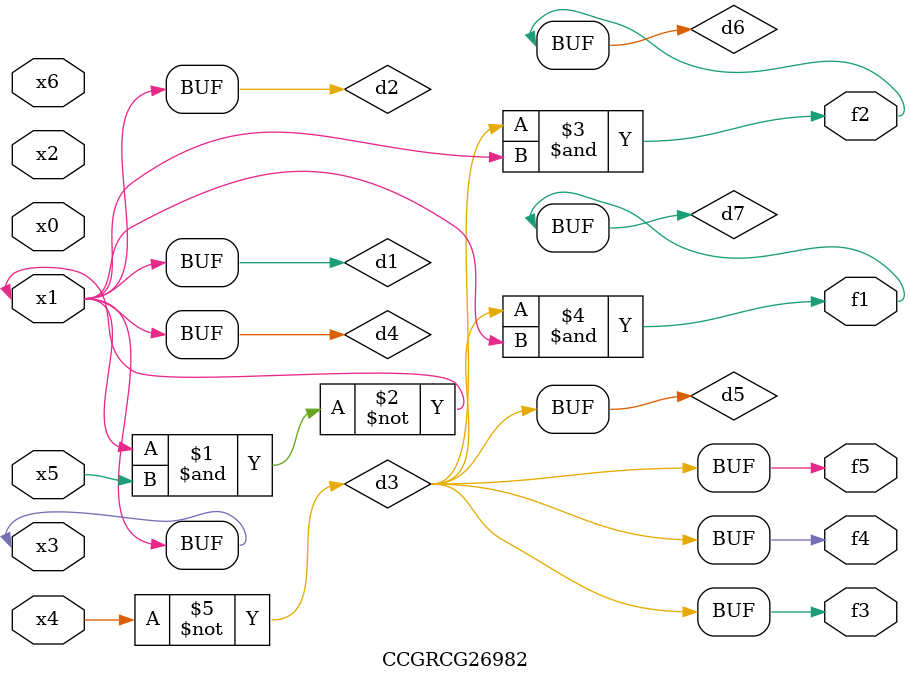
<source format=v>
module CCGRCG26982(
	input x0, x1, x2, x3, x4, x5, x6,
	output f1, f2, f3, f4, f5
);

	wire d1, d2, d3, d4, d5, d6, d7;

	buf (d1, x1, x3);
	nand (d2, x1, x5);
	not (d3, x4);
	buf (d4, d1, d2);
	buf (d5, d3);
	and (d6, d3, d4);
	and (d7, d3, d4);
	assign f1 = d7;
	assign f2 = d6;
	assign f3 = d5;
	assign f4 = d5;
	assign f5 = d5;
endmodule

</source>
